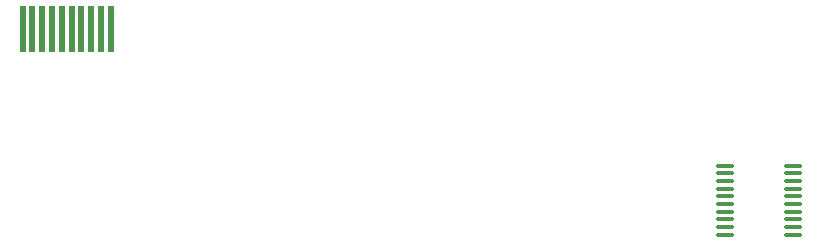
<source format=gbr>
%TF.GenerationSoftware,KiCad,Pcbnew,(6.0.2)*%
%TF.CreationDate,2022-03-02T09:08:08+03:00*%
%TF.ProjectId,Steel_form_Dish_washer PART 2,53746565-6c5f-4666-9f72-6d5f44697368,rev?*%
%TF.SameCoordinates,Original*%
%TF.FileFunction,Paste,Bot*%
%TF.FilePolarity,Positive*%
%FSLAX46Y46*%
G04 Gerber Fmt 4.6, Leading zero omitted, Abs format (unit mm)*
G04 Created by KiCad (PCBNEW (6.0.2)) date 2022-03-02 09:08:08*
%MOMM*%
%LPD*%
G01*
G04 APERTURE LIST*
G04 Aperture macros list*
%AMRoundRect*
0 Rectangle with rounded corners*
0 $1 Rounding radius*
0 $2 $3 $4 $5 $6 $7 $8 $9 X,Y pos of 4 corners*
0 Add a 4 corners polygon primitive as box body*
4,1,4,$2,$3,$4,$5,$6,$7,$8,$9,$2,$3,0*
0 Add four circle primitives for the rounded corners*
1,1,$1+$1,$2,$3*
1,1,$1+$1,$4,$5*
1,1,$1+$1,$6,$7*
1,1,$1+$1,$8,$9*
0 Add four rect primitives between the rounded corners*
20,1,$1+$1,$2,$3,$4,$5,0*
20,1,$1+$1,$4,$5,$6,$7,0*
20,1,$1+$1,$6,$7,$8,$9,0*
20,1,$1+$1,$8,$9,$2,$3,0*%
G04 Aperture macros list end*
%ADD10RoundRect,0.100000X0.637500X0.100000X-0.637500X0.100000X-0.637500X-0.100000X0.637500X-0.100000X0*%
%ADD11R,0.500000X4.000000*%
G04 APERTURE END LIST*
D10*
%TO.C,U9*%
X291912500Y-234925000D03*
X291912500Y-235575000D03*
X291912500Y-236225000D03*
X291912500Y-236875000D03*
X291912500Y-237525000D03*
X291912500Y-238175000D03*
X291912500Y-238825000D03*
X291912500Y-239475000D03*
X291912500Y-240125000D03*
X291912500Y-240775000D03*
X286187500Y-240775000D03*
X286187500Y-240125000D03*
X286187500Y-239475000D03*
X286187500Y-238825000D03*
X286187500Y-238175000D03*
X286187500Y-237525000D03*
X286187500Y-236875000D03*
X286187500Y-236225000D03*
X286187500Y-235575000D03*
X286187500Y-234925000D03*
%TD*%
D11*
%TO.C,J20*%
X234175000Y-223375000D03*
X233345000Y-223375000D03*
X232515000Y-223375000D03*
X231685000Y-223375000D03*
X230855000Y-223375000D03*
X230025000Y-223375000D03*
X229195000Y-223375000D03*
X228365000Y-223375000D03*
X227535000Y-223375000D03*
X226705000Y-223375000D03*
%TD*%
M02*

</source>
